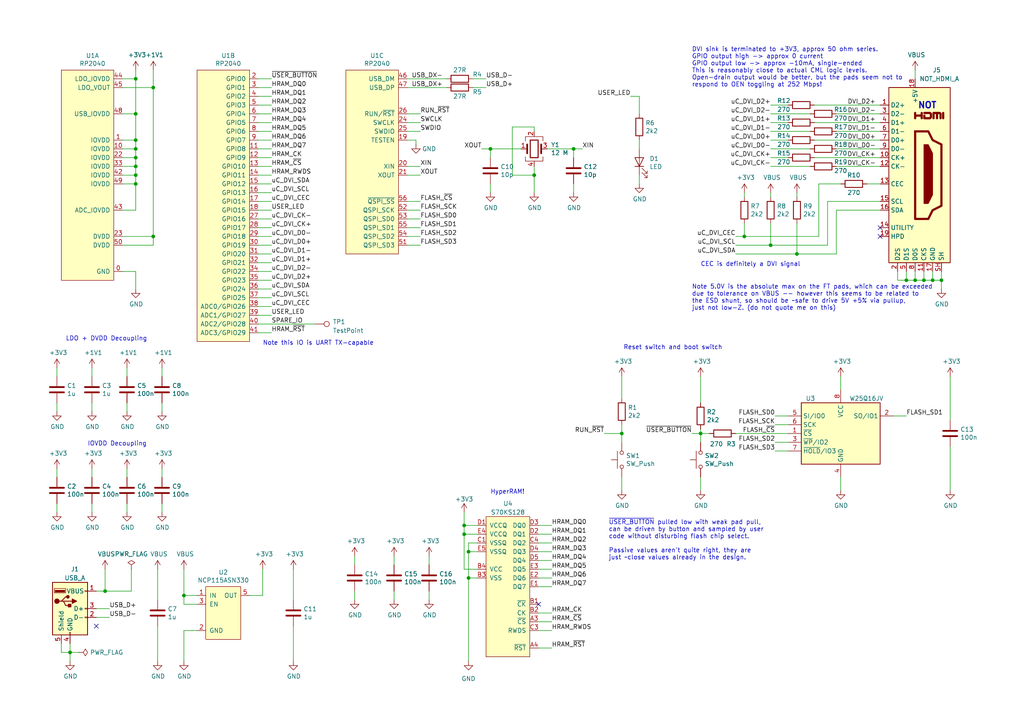
<source format=kicad_sch>
(kicad_sch (version 20210406) (generator eeschema)
  (paper "A4")
  (title_block (title "PicoDVI") (date "2020-06-23") (rev "C") (company "Luke Wren") (comment 1 "but it's worth a try") (comment 2 "This is utterly cursed and probably won't ever work"))
  (junction (at 20.32 189.23) (diameter 0.9144))
  (junction (at 30.48 171.45) (diameter 0.9144))
  (junction (at 39.37 22.86) (diameter 0.9144))
  (junction (at 39.37 33.02) (diameter 0.9144))
  (junction (at 39.37 40.64) (diameter 0.9144))
  (junction (at 39.37 43.18) (diameter 0.9144))
  (junction (at 39.37 45.72) (diameter 0.9144))
  (junction (at 39.37 48.26) (diameter 0.9144))
  (junction (at 39.37 50.8) (diameter 0.9144))
  (junction (at 39.37 53.34) (diameter 0.9144))
  (junction (at 44.45 25.4) (diameter 0.9144))
  (junction (at 44.45 68.58) (diameter 0.9144))
  (junction (at 53.34 172.72) (diameter 0.9144))
  (junction (at 134.62 152.4) (diameter 0.9144))
  (junction (at 134.62 154.94) (diameter 0.9144))
  (junction (at 135.89 160.02) (diameter 0.9144))
  (junction (at 135.89 167.64) (diameter 0.9144))
  (junction (at 142.24 43.18) (diameter 0.9144))
  (junction (at 154.94 50.8) (diameter 0.9144))
  (junction (at 166.37 43.18) (diameter 0.9144))
  (junction (at 180.34 125.73) (diameter 0.9144))
  (junction (at 203.2 125.73) (diameter 0.9144))
  (junction (at 215.9 68.58) (diameter 0.9144))
  (junction (at 223.52 71.12) (diameter 0.9144))
  (junction (at 231.14 73.66) (diameter 0.9144))
  (junction (at 262.89 81.28) (diameter 0.9144))
  (junction (at 265.43 81.28) (diameter 0.9144))
  (junction (at 267.97 81.28) (diameter 0.9144))
  (junction (at 270.51 81.28) (diameter 0.9144))
  (junction (at 273.05 81.28) (diameter 0.9144))
  (no_connect (at 27.94 181.61))
  (no_connect (at 156.21 175.26))
  (no_connect (at 255.27 66.04))
  (no_connect (at 255.27 68.58))
  (wire (pts (xy 16.51 109.22) (xy 16.51 106.68)))
  (wire (pts (xy 16.51 116.84) (xy 16.51 119.38)))
  (wire (pts (xy 16.51 138.43) (xy 16.51 135.89)))
  (wire (pts (xy 16.51 146.05) (xy 16.51 148.59)))
  (wire (pts (xy 17.78 186.69) (xy 17.78 189.23)))
  (wire (pts (xy 17.78 189.23) (xy 20.32 189.23)))
  (wire (pts (xy 20.32 186.69) (xy 20.32 189.23)))
  (wire (pts (xy 20.32 189.23) (xy 20.32 191.77)))
  (wire (pts (xy 20.32 189.23) (xy 22.86 189.23)))
  (wire (pts (xy 26.67 109.22) (xy 26.67 106.68)))
  (wire (pts (xy 26.67 116.84) (xy 26.67 119.38)))
  (wire (pts (xy 26.67 138.43) (xy 26.67 135.89)))
  (wire (pts (xy 26.67 146.05) (xy 26.67 148.59)))
  (wire (pts (xy 27.94 171.45) (xy 30.48 171.45)))
  (wire (pts (xy 27.94 176.53) (xy 31.75 176.53)))
  (wire (pts (xy 27.94 179.07) (xy 31.75 179.07)))
  (wire (pts (xy 30.48 171.45) (xy 30.48 165.1)))
  (wire (pts (xy 35.56 22.86) (xy 39.37 22.86)))
  (wire (pts (xy 35.56 33.02) (xy 39.37 33.02)))
  (wire (pts (xy 35.56 40.64) (xy 39.37 40.64)))
  (wire (pts (xy 35.56 45.72) (xy 39.37 45.72)))
  (wire (pts (xy 35.56 48.26) (xy 39.37 48.26)))
  (wire (pts (xy 35.56 50.8) (xy 39.37 50.8)))
  (wire (pts (xy 35.56 53.34) (xy 39.37 53.34)))
  (wire (pts (xy 35.56 71.12) (xy 44.45 71.12)))
  (wire (pts (xy 35.56 78.74) (xy 39.37 78.74)))
  (wire (pts (xy 36.83 109.22) (xy 36.83 106.68)))
  (wire (pts (xy 36.83 116.84) (xy 36.83 119.38)))
  (wire (pts (xy 36.83 138.43) (xy 36.83 135.89)))
  (wire (pts (xy 36.83 146.05) (xy 36.83 148.59)))
  (wire (pts (xy 38.1 165.1) (xy 38.1 171.45)))
  (wire (pts (xy 38.1 171.45) (xy 30.48 171.45)))
  (wire (pts (xy 39.37 22.86) (xy 39.37 20.32)))
  (wire (pts (xy 39.37 22.86) (xy 39.37 33.02)))
  (wire (pts (xy 39.37 33.02) (xy 39.37 40.64)))
  (wire (pts (xy 39.37 40.64) (xy 39.37 43.18)))
  (wire (pts (xy 39.37 43.18) (xy 35.56 43.18)))
  (wire (pts (xy 39.37 45.72) (xy 39.37 43.18)))
  (wire (pts (xy 39.37 48.26) (xy 39.37 45.72)))
  (wire (pts (xy 39.37 50.8) (xy 39.37 48.26)))
  (wire (pts (xy 39.37 50.8) (xy 39.37 53.34)))
  (wire (pts (xy 39.37 53.34) (xy 39.37 60.96)))
  (wire (pts (xy 39.37 60.96) (xy 35.56 60.96)))
  (wire (pts (xy 39.37 78.74) (xy 39.37 83.82)))
  (wire (pts (xy 44.45 20.32) (xy 44.45 25.4)))
  (wire (pts (xy 44.45 25.4) (xy 35.56 25.4)))
  (wire (pts (xy 44.45 25.4) (xy 44.45 68.58)))
  (wire (pts (xy 44.45 68.58) (xy 35.56 68.58)))
  (wire (pts (xy 44.45 71.12) (xy 44.45 68.58)))
  (wire (pts (xy 45.72 165.1) (xy 45.72 173.99)))
  (wire (pts (xy 45.72 181.61) (xy 45.72 191.77)))
  (wire (pts (xy 46.99 109.22) (xy 46.99 106.68)))
  (wire (pts (xy 46.99 116.84) (xy 46.99 119.38)))
  (wire (pts (xy 46.99 138.43) (xy 46.99 135.89)))
  (wire (pts (xy 46.99 146.05) (xy 46.99 148.59)))
  (wire (pts (xy 53.34 172.72) (xy 53.34 165.1)))
  (wire (pts (xy 53.34 172.72) (xy 53.34 175.26)))
  (wire (pts (xy 53.34 175.26) (xy 57.15 175.26)))
  (wire (pts (xy 53.34 182.88) (xy 53.34 191.77)))
  (wire (pts (xy 57.15 172.72) (xy 53.34 172.72)))
  (wire (pts (xy 57.15 182.88) (xy 53.34 182.88)))
  (wire (pts (xy 72.39 172.72) (xy 76.2 172.72)))
  (wire (pts (xy 74.93 22.86) (xy 78.74 22.86)))
  (wire (pts (xy 74.93 25.4) (xy 78.74 25.4)))
  (wire (pts (xy 74.93 27.94) (xy 78.74 27.94)))
  (wire (pts (xy 74.93 30.48) (xy 78.74 30.48)))
  (wire (pts (xy 74.93 33.02) (xy 78.74 33.02)))
  (wire (pts (xy 74.93 35.56) (xy 78.74 35.56)))
  (wire (pts (xy 74.93 38.1) (xy 78.74 38.1)))
  (wire (pts (xy 74.93 40.64) (xy 78.74 40.64)))
  (wire (pts (xy 74.93 43.18) (xy 78.74 43.18)))
  (wire (pts (xy 74.93 45.72) (xy 78.74 45.72)))
  (wire (pts (xy 74.93 48.26) (xy 78.74 48.26)))
  (wire (pts (xy 74.93 50.8) (xy 78.74 50.8)))
  (wire (pts (xy 74.93 53.34) (xy 78.74 53.34)))
  (wire (pts (xy 74.93 55.88) (xy 78.74 55.88)))
  (wire (pts (xy 74.93 58.42) (xy 78.74 58.42)))
  (wire (pts (xy 74.93 60.96) (xy 78.74 60.96)))
  (wire (pts (xy 74.93 63.5) (xy 78.74 63.5)))
  (wire (pts (xy 74.93 66.04) (xy 78.74 66.04)))
  (wire (pts (xy 74.93 68.58) (xy 78.74 68.58)))
  (wire (pts (xy 74.93 71.12) (xy 78.74 71.12)))
  (wire (pts (xy 74.93 73.66) (xy 78.74 73.66)))
  (wire (pts (xy 74.93 76.2) (xy 78.74 76.2)))
  (wire (pts (xy 74.93 78.74) (xy 78.74 78.74)))
  (wire (pts (xy 74.93 81.28) (xy 78.74 81.28)))
  (wire (pts (xy 74.93 83.82) (xy 78.74 83.82)))
  (wire (pts (xy 74.93 86.36) (xy 78.74 86.36)))
  (wire (pts (xy 74.93 88.9) (xy 78.74 88.9)))
  (wire (pts (xy 74.93 91.44) (xy 78.74 91.44)))
  (wire (pts (xy 74.93 93.98) (xy 91.44 93.98)))
  (wire (pts (xy 74.93 96.52) (xy 78.74 96.52)))
  (wire (pts (xy 76.2 172.72) (xy 76.2 165.1)))
  (wire (pts (xy 85.09 165.1) (xy 85.09 173.99)))
  (wire (pts (xy 85.09 181.61) (xy 85.09 191.77)))
  (wire (pts (xy 102.87 163.83) (xy 102.87 161.29)))
  (wire (pts (xy 102.87 171.45) (xy 102.87 173.99)))
  (wire (pts (xy 114.3 163.83) (xy 114.3 161.29)))
  (wire (pts (xy 114.3 171.45) (xy 114.3 173.99)))
  (wire (pts (xy 118.11 22.86) (xy 129.54 22.86)))
  (wire (pts (xy 118.11 25.4) (xy 129.54 25.4)))
  (wire (pts (xy 118.11 33.02) (xy 121.92 33.02)))
  (wire (pts (xy 118.11 35.56) (xy 121.92 35.56)))
  (wire (pts (xy 118.11 38.1) (xy 121.92 38.1)))
  (wire (pts (xy 118.11 40.64) (xy 120.65 40.64)))
  (wire (pts (xy 118.11 48.26) (xy 121.92 48.26)))
  (wire (pts (xy 118.11 50.8) (xy 121.92 50.8)))
  (wire (pts (xy 118.11 58.42) (xy 121.92 58.42)))
  (wire (pts (xy 118.11 60.96) (xy 121.92 60.96)))
  (wire (pts (xy 118.11 63.5) (xy 121.92 63.5)))
  (wire (pts (xy 118.11 66.04) (xy 121.92 66.04)))
  (wire (pts (xy 118.11 68.58) (xy 121.92 68.58)))
  (wire (pts (xy 118.11 71.12) (xy 121.92 71.12)))
  (wire (pts (xy 120.65 40.64) (xy 120.65 41.91)))
  (wire (pts (xy 124.46 163.83) (xy 124.46 161.29)))
  (wire (pts (xy 124.46 171.45) (xy 124.46 173.99)))
  (wire (pts (xy 134.62 148.59) (xy 134.62 152.4)))
  (wire (pts (xy 134.62 154.94) (xy 134.62 152.4)))
  (wire (pts (xy 134.62 154.94) (xy 138.43 154.94)))
  (wire (pts (xy 134.62 165.1) (xy 134.62 154.94)))
  (wire (pts (xy 135.89 157.48) (xy 135.89 160.02)))
  (wire (pts (xy 135.89 160.02) (xy 135.89 167.64)))
  (wire (pts (xy 135.89 160.02) (xy 138.43 160.02)))
  (wire (pts (xy 135.89 167.64) (xy 135.89 191.77)))
  (wire (pts (xy 135.89 167.64) (xy 138.43 167.64)))
  (wire (pts (xy 137.16 22.86) (xy 140.97 22.86)))
  (wire (pts (xy 138.43 152.4) (xy 134.62 152.4)))
  (wire (pts (xy 138.43 157.48) (xy 135.89 157.48)))
  (wire (pts (xy 138.43 165.1) (xy 134.62 165.1)))
  (wire (pts (xy 140.97 25.4) (xy 137.16 25.4)))
  (wire (pts (xy 142.24 43.18) (xy 139.7 43.18)))
  (wire (pts (xy 142.24 43.18) (xy 142.24 45.72)))
  (wire (pts (xy 142.24 53.34) (xy 142.24 55.88)))
  (wire (pts (xy 148.59 36.83) (xy 148.59 50.8)))
  (wire (pts (xy 148.59 50.8) (xy 154.94 50.8)))
  (wire (pts (xy 151.13 43.18) (xy 142.24 43.18)))
  (wire (pts (xy 154.94 36.83) (xy 148.59 36.83)))
  (wire (pts (xy 154.94 38.1) (xy 154.94 36.83)))
  (wire (pts (xy 154.94 48.26) (xy 154.94 50.8)))
  (wire (pts (xy 154.94 50.8) (xy 154.94 55.88)))
  (wire (pts (xy 156.21 152.4) (xy 160.02 152.4)))
  (wire (pts (xy 156.21 154.94) (xy 160.02 154.94)))
  (wire (pts (xy 156.21 157.48) (xy 160.02 157.48)))
  (wire (pts (xy 156.21 160.02) (xy 160.02 160.02)))
  (wire (pts (xy 156.21 162.56) (xy 160.02 162.56)))
  (wire (pts (xy 156.21 165.1) (xy 160.02 165.1)))
  (wire (pts (xy 156.21 167.64) (xy 160.02 167.64)))
  (wire (pts (xy 156.21 170.18) (xy 160.02 170.18)))
  (wire (pts (xy 156.21 177.8) (xy 160.02 177.8)))
  (wire (pts (xy 156.21 180.34) (xy 160.02 180.34)))
  (wire (pts (xy 156.21 182.88) (xy 160.02 182.88)))
  (wire (pts (xy 156.21 187.96) (xy 160.02 187.96)))
  (wire (pts (xy 158.75 43.18) (xy 166.37 43.18)))
  (wire (pts (xy 166.37 43.18) (xy 166.37 45.72)))
  (wire (pts (xy 166.37 43.18) (xy 168.91 43.18)))
  (wire (pts (xy 166.37 53.34) (xy 166.37 55.88)))
  (wire (pts (xy 180.34 109.22) (xy 180.34 115.57)))
  (wire (pts (xy 180.34 123.19) (xy 180.34 125.73)))
  (wire (pts (xy 180.34 125.73) (xy 175.26 125.73)))
  (wire (pts (xy 180.34 125.73) (xy 180.34 128.27)))
  (wire (pts (xy 180.34 138.43) (xy 180.34 142.24)))
  (wire (pts (xy 185.42 27.94) (xy 182.88 27.94)))
  (wire (pts (xy 185.42 27.94) (xy 185.42 33.02)))
  (wire (pts (xy 185.42 40.64) (xy 185.42 43.18)))
  (wire (pts (xy 185.42 50.8) (xy 185.42 53.34)))
  (wire (pts (xy 200.66 125.73) (xy 203.2 125.73)))
  (wire (pts (xy 203.2 109.22) (xy 203.2 116.84)))
  (wire (pts (xy 203.2 124.46) (xy 203.2 125.73)))
  (wire (pts (xy 203.2 125.73) (xy 203.2 128.27)))
  (wire (pts (xy 203.2 125.73) (xy 205.74 125.73)))
  (wire (pts (xy 203.2 138.43) (xy 203.2 142.24)))
  (wire (pts (xy 213.36 68.58) (xy 215.9 68.58)))
  (wire (pts (xy 213.36 71.12) (xy 223.52 71.12)))
  (wire (pts (xy 213.36 125.73) (xy 228.6 125.73)))
  (wire (pts (xy 215.9 55.88) (xy 215.9 57.15)))
  (wire (pts (xy 215.9 64.77) (xy 215.9 68.58)))
  (wire (pts (xy 223.52 55.88) (xy 223.52 57.15)))
  (wire (pts (xy 223.52 64.77) (xy 223.52 71.12)))
  (wire (pts (xy 223.52 71.12) (xy 240.03 71.12)))
  (wire (pts (xy 228.6 30.48) (xy 223.52 30.48)))
  (wire (pts (xy 228.6 35.56) (xy 223.52 35.56)))
  (wire (pts (xy 228.6 40.64) (xy 223.52 40.64)))
  (wire (pts (xy 228.6 45.72) (xy 223.52 45.72)))
  (wire (pts (xy 228.6 120.65) (xy 224.79 120.65)))
  (wire (pts (xy 228.6 123.19) (xy 224.79 123.19)))
  (wire (pts (xy 228.6 128.27) (xy 224.79 128.27)))
  (wire (pts (xy 228.6 130.81) (xy 224.79 130.81)))
  (wire (pts (xy 231.14 55.88) (xy 231.14 57.15)))
  (wire (pts (xy 231.14 64.77) (xy 231.14 73.66)))
  (wire (pts (xy 231.14 73.66) (xy 213.36 73.66)))
  (wire (pts (xy 234.95 33.02) (xy 223.52 33.02)))
  (wire (pts (xy 234.95 38.1) (xy 223.52 38.1)))
  (wire (pts (xy 234.95 43.18) (xy 223.52 43.18)))
  (wire (pts (xy 234.95 48.26) (xy 223.52 48.26)))
  (wire (pts (xy 236.22 30.48) (xy 255.27 30.48)))
  (wire (pts (xy 236.22 35.56) (xy 255.27 35.56)))
  (wire (pts (xy 236.22 40.64) (xy 255.27 40.64)))
  (wire (pts (xy 236.22 45.72) (xy 255.27 45.72)))
  (wire (pts (xy 237.49 53.34) (xy 237.49 68.58)))
  (wire (pts (xy 237.49 68.58) (xy 215.9 68.58)))
  (wire (pts (xy 240.03 58.42) (xy 240.03 71.12)))
  (wire (pts (xy 242.57 60.96) (xy 242.57 73.66)))
  (wire (pts (xy 242.57 73.66) (xy 231.14 73.66)))
  (wire (pts (xy 243.84 53.34) (xy 237.49 53.34)))
  (wire (pts (xy 243.84 113.03) (xy 243.84 109.22)))
  (wire (pts (xy 243.84 138.43) (xy 243.84 142.24)))
  (wire (pts (xy 255.27 33.02) (xy 242.57 33.02)))
  (wire (pts (xy 255.27 38.1) (xy 242.57 38.1)))
  (wire (pts (xy 255.27 43.18) (xy 242.57 43.18)))
  (wire (pts (xy 255.27 48.26) (xy 242.57 48.26)))
  (wire (pts (xy 255.27 53.34) (xy 251.46 53.34)))
  (wire (pts (xy 255.27 58.42) (xy 240.03 58.42)))
  (wire (pts (xy 255.27 60.96) (xy 242.57 60.96)))
  (wire (pts (xy 259.08 120.65) (xy 262.89 120.65)))
  (wire (pts (xy 260.35 78.74) (xy 260.35 81.28)))
  (wire (pts (xy 260.35 81.28) (xy 262.89 81.28)))
  (wire (pts (xy 262.89 78.74) (xy 262.89 81.28)))
  (wire (pts (xy 262.89 81.28) (xy 265.43 81.28)))
  (wire (pts (xy 265.43 22.86) (xy 265.43 20.32)))
  (wire (pts (xy 265.43 78.74) (xy 265.43 81.28)))
  (wire (pts (xy 265.43 81.28) (xy 267.97 81.28)))
  (wire (pts (xy 267.97 78.74) (xy 267.97 81.28)))
  (wire (pts (xy 267.97 81.28) (xy 270.51 81.28)))
  (wire (pts (xy 270.51 78.74) (xy 270.51 81.28)))
  (wire (pts (xy 270.51 81.28) (xy 273.05 81.28)))
  (wire (pts (xy 273.05 78.74) (xy 273.05 81.28)))
  (wire (pts (xy 273.05 81.28) (xy 273.05 83.82)))
  (wire (pts (xy 275.59 109.22) (xy 275.59 121.92)))
  (wire (pts (xy 275.59 129.54) (xy 275.59 142.24)))
  (text "LDO + DVDD Decoupling" (at 19.05 99.06 0) (effects (font (size 1.27 1.27)) (justify left bottom)))
  (text "IOVDD Decoupling" (at 25.4 129.54 0) (effects (font (size 1.27 1.27)) (justify left bottom)))
  (text "Note this IO is UART TX-capable\n" (at 76.2 100.33 0) (effects (font (size 1.27 1.27)) (justify left bottom)))
  (text "HyperRAM!" (at 142.24 143.51 0) (effects (font (size 1.27 1.27)) (justify left bottom)))
  (text "~USER_BUTTON~ pulled low with weak pad pull,\ncan be driven by button and sampled by user\ncode without disturbing flash chip select.\n\nPassive values aren't quite right, they are\njust ~~close values already in the design." (at 176.53 162.56 0) (effects (font (size 1.27 1.27)) (justify left bottom)))
  (text "DVI sink is terminated to +3V3, approx 50 ohm series.\nGPIO output high -> approx 0 current\nGPIO output low -> approx -10mA, single-ended\nThis is reasonably close to actual CML logic levels.\nOpen-drain output would be better, but the pads seem not to\nrespond to OEN toggling at 252 Mbps!" (at 200.66 25.4 0) (effects (font (size 1.27 1.27)) (justify left bottom)))
  (text "Note 5.0V is the absolute max on the FT pads, which can be exceeded\ndue to tolerance on VBUS -- however this seems to be related to\nthe ESD shunt, so should be ~~safe to drive 5V +5% via pullup,\njust not low-Z. (do not quote me on this)" (at 200.66 90.17 0) (effects (font (size 1.27 1.27)) (justify left bottom)))
  (text "CEC is definitely a DVI signal" (at 203.2 77.47 0) (effects (font (size 1.27 1.27)) (justify left bottom)))
  (text "Reset switch and boot switch" (at 209.55 101.6 180) (effects (font (size 1.27 1.27)) (justify right bottom)))
  (text "NOT" (at 271.78 31.75 180) (effects (font (size 1.8034 1.8034) (thickness 0.3607) bold) (justify right bottom)))
  (label "USB_D+" (at 31.75 176.53 0))
  (label "USB_D-" (at 31.75 179.07 0))
  (label "~USER_BUTTON~" (at 78.74 22.86 0))
  (label "HRAM_DQ0" (at 78.74 25.4 0))
  (label "HRAM_DQ1" (at 78.74 27.94 0))
  (label "HRAM_DQ2" (at 78.74 30.48 0))
  (label "HRAM_DQ3" (at 78.74 33.02 0))
  (label "HRAM_DQ4" (at 78.74 35.56 0))
  (label "HRAM_DQ5" (at 78.74 38.1 0))
  (label "HRAM_DQ6" (at 78.74 40.64 0))
  (label "HRAM_DQ7" (at 78.74 43.18 0))
  (label "HRAM_CK" (at 78.74 45.72 0))
  (label "HRAM_~CS~" (at 78.74 48.26 0))
  (label "HRAM_RWDS" (at 78.74 50.8 0))
  (label "uC_DVI_SDA" (at 78.74 53.34 0))
  (label "uC_DVI_SCL" (at 78.74 55.88 0))
  (label "uC_DVI_CEC" (at 78.74 58.42 0))
  (label "USER_LED" (at 78.74 60.96 0))
  (label "uC_DVI_CK-" (at 78.74 63.5 0))
  (label "uC_DVI_CK+" (at 78.74 66.04 0))
  (label "uC_DVI_D0-" (at 78.74 68.58 0))
  (label "uC_DVI_D0+" (at 78.74 71.12 0))
  (label "uC_DVI_D1-" (at 78.74 73.66 0))
  (label "uC_DVI_D1+" (at 78.74 76.2 0))
  (label "uC_DVI_D2-" (at 78.74 78.74 0))
  (label "uC_DVI_D2+" (at 78.74 81.28 0))
  (label "uC_DVI_SDA" (at 78.74 83.82 0))
  (label "uC_DVI_SCL" (at 78.74 86.36 0))
  (label "uC_DVI_CEC" (at 78.74 88.9 0))
  (label "USER_LED" (at 78.74 91.44 0))
  (label "SPARE_IO" (at 78.74 93.98 0))
  (label "HRAM_~RST~" (at 78.74 96.52 0))
  (label "USB_DX-" (at 119.38 22.86 0))
  (label "USB_DX+" (at 119.38 25.4 0))
  (label "RUN_~RST~" (at 121.92 33.02 0))
  (label "SWCLK" (at 121.92 35.56 0))
  (label "SWDIO" (at 121.92 38.1 0))
  (label "XIN" (at 121.92 48.26 0))
  (label "XOUT" (at 121.92 50.8 0))
  (label "FLASH_~CS~" (at 121.92 58.42 0))
  (label "FLASH_SCK" (at 121.92 60.96 0))
  (label "FLASH_SD0" (at 121.92 63.5 0))
  (label "FLASH_SD1" (at 121.92 66.04 0))
  (label "FLASH_SD2" (at 121.92 68.58 0))
  (label "FLASH_SD3" (at 121.92 71.12 0))
  (label "XOUT" (at 139.7 43.18 180))
  (label "USB_D-" (at 140.97 22.86 0))
  (label "USB_D+" (at 140.97 25.4 0))
  (label "HRAM_DQ0" (at 160.02 152.4 0))
  (label "HRAM_DQ1" (at 160.02 154.94 0))
  (label "HRAM_DQ2" (at 160.02 157.48 0))
  (label "HRAM_DQ3" (at 160.02 160.02 0))
  (label "HRAM_DQ4" (at 160.02 162.56 0))
  (label "HRAM_DQ5" (at 160.02 165.1 0))
  (label "HRAM_DQ6" (at 160.02 167.64 0))
  (label "HRAM_DQ7" (at 160.02 170.18 0))
  (label "HRAM_CK" (at 160.02 177.8 0))
  (label "HRAM_~CS~" (at 160.02 180.34 0))
  (label "HRAM_RWDS" (at 160.02 182.88 0))
  (label "HRAM_~RST~" (at 160.02 187.96 0))
  (label "XIN" (at 168.91 43.18 0))
  (label "RUN_~RST~" (at 175.26 125.73 180))
  (label "USER_LED" (at 182.88 27.94 180))
  (label "~USER_BUTTON~" (at 200.66 125.73 180))
  (label "uC_DVI_CEC" (at 213.36 68.58 180))
  (label "uC_DVI_SCL" (at 213.36 71.12 180))
  (label "uC_DVI_SDA" (at 213.36 73.66 180))
  (label "uC_DVI_D2+" (at 223.52 30.48 180))
  (label "uC_DVI_D2-" (at 223.52 33.02 180))
  (label "uC_DVI_D1+" (at 223.52 35.56 180))
  (label "uC_DVI_D1-" (at 223.52 38.1 180))
  (label "uC_DVI_D0+" (at 223.52 40.64 180))
  (label "uC_DVI_D0-" (at 223.52 43.18 180))
  (label "uC_DVI_CK+" (at 223.52 45.72 180))
  (label "uC_DVI_CK-" (at 223.52 48.26 180))
  (label "FLASH_SD0" (at 224.79 120.65 180))
  (label "FLASH_SCK" (at 224.79 123.19 180))
  (label "FLASH_~CS~" (at 224.79 125.73 180))
  (label "FLASH_SD2" (at 224.79 128.27 180))
  (label "FLASH_SD3" (at 224.79 130.81 180))
  (label "DVI_D2+" (at 254 30.48 180))
  (label "DVI_D2-" (at 254 33.02 180))
  (label "DVI_D1+" (at 254 35.56 180))
  (label "DVI_D1-" (at 254 38.1 180))
  (label "DVI_D0+" (at 254 40.64 180))
  (label "DVI_D0-" (at 254 43.18 180))
  (label "DVI_CK+" (at 254 45.72 180))
  (label "DVI_CK-" (at 254 48.26 180))
  (label "FLASH_SD1" (at 262.89 120.65 0))
  (symbol (lib_id "picodvi-rescue:+3V3-power") (at 16.51 106.68 0) (unit 1)
    (property "Reference" "#PWR0108" (effects hide))
    (property "Value" "+3V3" (at 16.891 102.2858 0))
  )
  (symbol (lib_id "picodvi-rescue:+3V3-power") (at 16.51 135.89 0) (unit 1)
    (property "Reference" "#PWR0117" (effects hide))
    (property "Value" "+3V3" (at 16.891 131.4958 0))
  )
  (symbol (lib_id "picodvi-rescue:+1V1-power") (at 26.67 106.68 0) (unit 1)
    (property "Reference" "#PWR0111" (effects hide))
    (property "Value" "+1V1" (at 27.051 102.2858 0))
  )
  (symbol (lib_id "picodvi-rescue:+3V3-power") (at 26.67 135.89 0) (unit 1)
    (property "Reference" "#PWR0119" (effects hide))
    (property "Value" "+3V3" (at 27.051 131.4958 0))
  )
  (symbol (lib_id "picodvi-rescue:VBUS-power") (at 30.48 165.1 0) (unit 1)
    (property "Reference" "#PWR0144" (effects hide))
    (property "Value" "VBUS" (at 30.861 160.7058 0))
  )
  (symbol (lib_id "picodvi-rescue:+1V1-power") (at 36.83 106.68 0) (unit 1)
    (property "Reference" "#PWR0113" (effects hide))
    (property "Value" "+1V1" (at 37.211 102.2858 0))
  )
  (symbol (lib_id "picodvi-rescue:+3V3-power") (at 36.83 135.89 0) (unit 1)
    (property "Reference" "#PWR0121" (effects hide))
    (property "Value" "+3V3" (at 37.211 131.4958 0))
  )
  (symbol (lib_id "picodvi-rescue:+3V3-power") (at 39.37 20.32 0) (unit 1)
    (property "Reference" "#PWR0104" (effects hide))
    (property "Value" "+3V3" (at 39.751 15.9258 0))
  )
  (symbol (lib_id "picodvi-rescue:+1V1-power") (at 44.45 20.32 0) (unit 1)
    (property "Reference" "#PWR0105" (effects hide))
    (property "Value" "+1V1" (at 44.831 15.9258 0))
  )
  (symbol (lib_id "picodvi-rescue:VBUS-power") (at 45.72 165.1 0) (unit 1)
    (property "Reference" "#PWR0148" (effects hide))
    (property "Value" "VBUS" (at 46.101 160.7058 0))
  )
  (symbol (lib_id "picodvi-rescue:+1V1-power") (at 46.99 106.68 0) (unit 1)
    (property "Reference" "#PWR0115" (effects hide))
    (property "Value" "+1V1" (at 47.371 102.2858 0))
  )
  (symbol (lib_id "picodvi-rescue:+3V3-power") (at 46.99 135.89 0) (unit 1)
    (property "Reference" "#PWR0123" (effects hide))
    (property "Value" "+3V3" (at 47.371 131.4958 0))
  )
  (symbol (lib_id "picodvi-rescue:VBUS-power") (at 53.34 165.1 0) (unit 1)
    (property "Reference" "#PWR0146" (effects hide))
    (property "Value" "VBUS" (at 53.721 160.7058 0))
  )
  (symbol (lib_id "picodvi-rescue:+3V3-power") (at 76.2 165.1 0) (unit 1)
    (property "Reference" "#PWR0152" (effects hide))
    (property "Value" "+3V3" (at 76.581 160.7058 0))
  )
  (symbol (lib_id "picodvi-rescue:+3V3-power") (at 85.09 165.1 0) (unit 1)
    (property "Reference" "#PWR0151" (effects hide))
    (property "Value" "+3V3" (at 85.471 160.7058 0))
  )
  (symbol (lib_id "picodvi-rescue:+3V3-power") (at 102.87 161.29 0) (unit 1)
    (property "Reference" "#PWR0125" (effects hide))
    (property "Value" "+3V3" (at 103.251 156.8958 0))
  )
  (symbol (lib_id "picodvi-rescue:+3V3-power") (at 114.3 161.29 0) (unit 1)
    (property "Reference" "#PWR0126" (effects hide))
    (property "Value" "+3V3" (at 114.681 156.8958 0))
  )
  (symbol (lib_id "picodvi-rescue:+3V3-power") (at 124.46 161.29 0) (unit 1)
    (property "Reference" "#PWR0127" (effects hide))
    (property "Value" "+3V3" (at 124.841 156.8958 0))
  )
  (symbol (lib_id "power:+3V3") (at 134.62 148.59 0) (unit 1)
    (property "Reference" "#PWR0129" (effects hide))
    (property "Value" "+3V3" (at 134.62 144.78 0))
  )
  (symbol (lib_id "picodvi-rescue:+3V3-power") (at 180.34 109.22 0) (unit 1)
    (property "Reference" "#PWR0142" (effects hide))
    (property "Value" "+3V3" (at 180.721 104.8258 0))
  )
  (symbol (lib_id "picodvi-rescue:+3V3-power") (at 203.2 109.22 0) (unit 1)
    (property "Reference" "#PWR0140" (effects hide))
    (property "Value" "+3V3" (at 203.581 104.8258 0))
  )
  (symbol (lib_id "picodvi-rescue:+3V3-power") (at 215.9 55.88 0) (unit 1)
    (property "Reference" "#PWR0103" (effects hide))
    (property "Value" "+3V3" (at 216.281 51.4858 0))
  )
  (symbol (lib_id "picodvi-rescue:VBUS-power") (at 223.52 55.88 0) (unit 1)
    (property "Reference" "#PWR0164" (effects hide))
    (property "Value" "VBUS" (at 223.901 51.4858 0))
  )
  (symbol (lib_id "picodvi-rescue:VBUS-power") (at 231.14 55.88 0) (unit 1)
    (property "Reference" "#PWR0166" (effects hide))
    (property "Value" "VBUS" (at 231.521 51.4858 0))
  )
  (symbol (lib_id "picodvi-rescue:+3V3-power") (at 243.84 109.22 0) (unit 1)
    (property "Reference" "#PWR0134" (effects hide))
    (property "Value" "+3V3" (at 244.221 104.8258 0))
  )
  (symbol (lib_id "picodvi-rescue:VBUS-power") (at 265.43 20.32 0) (unit 1)
    (property "Reference" "#PWR0101" (effects hide))
    (property "Value" "VBUS" (at 265.811 15.9258 0))
  )
  (symbol (lib_id "picodvi-rescue:+3V3-power") (at 275.59 109.22 0) (unit 1)
    (property "Reference" "#PWR0156" (effects hide))
    (property "Value" "+3V3" (at 275.971 104.8258 0))
  )
  (symbol (lib_id "picodvi-rescue:PWR_FLAG-power") (at 22.86 189.23 270) (unit 1)
    (property "Reference" "#FLG0103" (effects hide))
    (property "Value" "PWR_FLAG" (at 26.1112 189.23 90) (effects (justify left)))
  )
  (symbol (lib_id "picodvi-rescue:PWR_FLAG-power") (at 38.1 165.1 0) (unit 1)
    (property "Reference" "#FLG0102" (effects hide))
    (property "Value" "PWR_FLAG" (at 38.1 160.6804 0))
  )
  (symbol (lib_id "Connector:TestPoint") (at 91.44 93.98 270) (unit 1)
    (property "Reference" "TP1" (at 96.52 93.3449 90) (effects (justify left)))
    (property "Value" "TestPoint" (at 96.52 95.8849 90) (effects (justify left)))
    (property "Footprint" "TestPoint:TestPoint_Pad_1.0x1.0mm" (effects hide))
  )
  (symbol (lib_id "picodvi-rescue:GND-power") (at 16.51 119.38 0) (unit 1)
    (property "Reference" "#PWR0109" (effects hide))
    (property "Value" "GND" (at 16.637 123.7742 0))
  )
  (symbol (lib_id "picodvi-rescue:GND-power") (at 16.51 148.59 0) (unit 1)
    (property "Reference" "#PWR0116" (effects hide))
    (property "Value" "GND" (at 16.637 152.9842 0))
  )
  (symbol (lib_id "picodvi-rescue:GND-power") (at 20.32 191.77 0) (unit 1)
    (property "Reference" "#PWR0143" (effects hide))
    (property "Value" "GND" (at 20.447 196.1642 0))
  )
  (symbol (lib_id "picodvi-rescue:GND-power") (at 26.67 119.38 0) (unit 1)
    (property "Reference" "#PWR0110" (effects hide))
    (property "Value" "GND" (at 26.797 123.7742 0))
  )
  (symbol (lib_id "picodvi-rescue:GND-power") (at 26.67 148.59 0) (unit 1)
    (property "Reference" "#PWR0118" (effects hide))
    (property "Value" "GND" (at 26.797 152.9842 0))
  )
  (symbol (lib_id "picodvi-rescue:GND-power") (at 36.83 119.38 0) (unit 1)
    (property "Reference" "#PWR0112" (effects hide))
    (property "Value" "GND" (at 36.957 123.7742 0))
  )
  (symbol (lib_id "picodvi-rescue:GND-power") (at 36.83 148.59 0) (unit 1)
    (property "Reference" "#PWR0120" (effects hide))
    (property "Value" "GND" (at 36.957 152.9842 0))
  )
  (symbol (lib_id "picodvi-rescue:GND-power") (at 39.37 83.82 0) (unit 1)
    (property "Reference" "#PWR0106" (effects hide))
    (property "Value" "GND" (at 39.497 88.2142 0))
  )
  (symbol (lib_id "picodvi-rescue:GND-power") (at 45.72 191.77 0) (unit 1)
    (property "Reference" "#PWR0149" (effects hide))
    (property "Value" "GND" (at 45.847 196.1642 0))
  )
  (symbol (lib_id "picodvi-rescue:GND-power") (at 46.99 119.38 0) (unit 1)
    (property "Reference" "#PWR0114" (effects hide))
    (property "Value" "GND" (at 47.117 123.7742 0))
  )
  (symbol (lib_id "picodvi-rescue:GND-power") (at 46.99 148.59 0) (unit 1)
    (property "Reference" "#PWR0122" (effects hide))
    (property "Value" "GND" (at 47.117 152.9842 0))
  )
  (symbol (lib_id "picodvi-rescue:GND-power") (at 53.34 191.77 0) (unit 1)
    (property "Reference" "#PWR0147" (effects hide))
    (property "Value" "GND" (at 53.467 196.1642 0))
  )
  (symbol (lib_id "picodvi-rescue:GND-power") (at 85.09 191.77 0) (unit 1)
    (property "Reference" "#PWR0150" (effects hide))
    (property "Value" "GND" (at 85.217 196.1642 0))
  )
  (symbol (lib_id "picodvi-rescue:GND-power") (at 102.87 173.99 0) (unit 1)
    (property "Reference" "#PWR0124" (effects hide))
    (property "Value" "GND" (at 102.997 178.3842 0))
  )
  (symbol (lib_id "picodvi-rescue:GND-power") (at 114.3 173.99 0) (unit 1)
    (property "Reference" "#PWR0128" (effects hide))
    (property "Value" "GND" (at 114.427 178.3842 0))
  )
  (symbol (lib_id "picodvi-rescue:GND-power") (at 120.65 41.91 0) (unit 1)
    (property "Reference" "#PWR0107" (effects hide))
    (property "Value" "GND" (at 124.46 43.18 0))
  )
  (symbol (lib_id "picodvi-rescue:GND-power") (at 124.46 173.99 0) (unit 1)
    (property "Reference" "#PWR0130" (effects hide))
    (property "Value" "GND" (at 124.587 178.3842 0))
  )
  (symbol (lib_id "power:GND") (at 135.89 191.77 0) (unit 1)
    (property "Reference" "#PWR0131" (effects hide))
    (property "Value" "GND" (at 135.89 196.85 0))
  )
  (symbol (lib_id "picodvi-rescue:GND-power") (at 142.24 55.88 0) (unit 1)
    (property "Reference" "#PWR0154" (effects hide))
    (property "Value" "GND" (at 142.367 60.2742 0))
  )
  (symbol (lib_id "picodvi-rescue:GND-power") (at 154.94 55.88 0) (unit 1)
    (property "Reference" "#PWR0153" (effects hide))
    (property "Value" "GND" (at 155.067 60.2742 0))
  )
  (symbol (lib_id "picodvi-rescue:GND-power") (at 166.37 55.88 0) (unit 1)
    (property "Reference" "#PWR0155" (effects hide))
    (property "Value" "GND" (at 166.497 60.2742 0))
  )
  (symbol (lib_id "picodvi-rescue:GND-power") (at 180.34 142.24 0) (unit 1)
    (property "Reference" "#PWR0141" (effects hide))
    (property "Value" "GND" (at 180.467 146.6342 0))
  )
  (symbol (lib_id "picodvi-rescue:GND-power") (at 185.42 53.34 0) (unit 1)
    (property "Reference" "#PWR0132" (effects hide))
    (property "Value" "GND" (at 185.547 57.7342 0))
  )
  (symbol (lib_id "picodvi-rescue:GND-power") (at 203.2 142.24 0) (unit 1)
    (property "Reference" "#PWR0139" (effects hide))
    (property "Value" "GND" (at 203.327 146.6342 0))
  )
  (symbol (lib_id "picodvi-rescue:GND-power") (at 243.84 142.24 0) (unit 1)
    (property "Reference" "#PWR0133" (effects hide))
    (property "Value" "GND" (at 243.967 146.6342 0))
  )
  (symbol (lib_id "picodvi-rescue:GND-power") (at 273.05 83.82 0) (unit 1)
    (property "Reference" "#PWR0102" (effects hide))
    (property "Value" "GND" (at 273.177 88.2142 0))
  )
  (symbol (lib_id "picodvi-rescue:GND-power") (at 275.59 142.24 0) (unit 1)
    (property "Reference" "#PWR0157" (effects hide))
    (property "Value" "GND" (at 275.717 146.6342 0))
  )
  (symbol (lib_id "picodvi-rescue:R-Device") (at 133.35 22.86 270) (unit 1)
    (property "Reference" "R4" (at 138.43 21.59 90))
    (property "Value" "27R" (at 133.35 20.32 90))
    (property "Footprint" "Resistor_SMD:R_0402_1005Metric" (effects hide))
  )
  (symbol (lib_id "picodvi-rescue:R-Device") (at 133.35 25.4 270) (unit 1)
    (property "Reference" "R5" (at 138.43 26.67 90))
    (property "Value" "27R" (at 133.35 27.94 90))
    (property "Footprint" "Resistor_SMD:R_0402_1005Metric" (effects hide))
  )
  (symbol (lib_id "picodvi-rescue:R-Device") (at 180.34 119.38 0) (unit 1)
    (property "Reference" "R1" (at 182.118 118.2116 0) (effects (justify left)))
    (property "Value" "2k2" (at 182.118 120.523 0) (effects (justify left)))
    (property "Footprint" "Resistor_SMD:R_0402_1005Metric" (effects hide))
  )
  (symbol (lib_id "picodvi-rescue:R-Device") (at 185.42 36.83 0) (unit 1)
    (property "Reference" "R6" (at 187.198 35.6616 0) (effects (justify left)))
    (property "Value" "2k2" (at 187.198 37.973 0) (effects (justify left)))
    (property "Footprint" "Resistor_SMD:R_0402_1005Metric" (effects hide))
  )
  (symbol (lib_id "picodvi-rescue:R-Device") (at 203.2 120.65 0) (unit 1)
    (property "Reference" "R2" (at 204.978 119.4816 0) (effects (justify left)))
    (property "Value" "2k2" (at 204.978 121.793 0) (effects (justify left)))
    (property "Footprint" "Resistor_SMD:R_0402_1005Metric" (effects hide))
  )
  (symbol (lib_id "picodvi-rescue:R-Device") (at 209.55 125.73 270) (unit 1)
    (property "Reference" "R3" (at 210.7184 128.778 90) (effects (justify left)))
    (property "Value" "270" (at 205.867 128.778 90) (effects (justify left)))
    (property "Footprint" "Resistor_SMD:R_0402_1005Metric" (effects hide))
  )
  (symbol (lib_id "picodvi-rescue:R-Device") (at 215.9 60.96 0) (unit 1)
    (property "Reference" "R7" (at 217.678 59.7916 0) (effects (justify left)))
    (property "Value" "2k2" (at 217.678 62.103 0) (effects (justify left)))
    (property "Footprint" "Resistor_SMD:R_0402_1005Metric" (effects hide))
  )
  (symbol (lib_id "picodvi-rescue:R-Device") (at 223.52 60.96 0) (unit 1)
    (property "Reference" "R8" (at 225.298 59.7916 0) (effects (justify left)))
    (property "Value" "2k2" (at 225.298 62.103 0) (effects (justify left)))
    (property "Footprint" "Resistor_SMD:R_0402_1005Metric" (effects hide))
  )
  (symbol (lib_id "picodvi-rescue:R-Device") (at 231.14 60.96 0) (unit 1)
    (property "Reference" "R9" (at 232.918 59.7916 0) (effects (justify left)))
    (property "Value" "2k2" (at 232.918 62.103 0) (effects (justify left)))
    (property "Footprint" "Resistor_SMD:R_0402_1005Metric" (effects hide))
  )
  (symbol (lib_id "picodvi-rescue:R-Device") (at 232.41 30.48 270) (unit 1)
    (property "Reference" "R12" (at 227.33 29.21 90))
    (property "Value" "270" (at 227.33 31.75 90))
    (property "Footprint" "Resistor_SMD:R_0402_1005Metric" (effects hide))
  )
  (symbol (lib_id "picodvi-rescue:R-Device") (at 232.41 35.56 270) (unit 1)
    (property "Reference" "R13" (at 227.33 34.29 90))
    (property "Value" "270" (at 227.33 36.83 90))
    (property "Footprint" "Resistor_SMD:R_0402_1005Metric" (effects hide))
  )
  (symbol (lib_id "picodvi-rescue:R-Device") (at 232.41 40.64 270) (unit 1)
    (property "Reference" "R14" (at 227.33 39.37 90))
    (property "Value" "270" (at 227.33 41.91 90))
    (property "Footprint" "Resistor_SMD:R_0402_1005Metric" (effects hide))
  )
  (symbol (lib_id "picodvi-rescue:R-Device") (at 232.41 45.72 270) (unit 1)
    (property "Reference" "R15" (at 227.33 44.45 90))
    (property "Value" "270" (at 227.33 46.99 90))
    (property "Footprint" "Resistor_SMD:R_0402_1005Metric" (effects hide))
  )
  (symbol (lib_id "picodvi-rescue:R-Device") (at 238.76 33.02 270) (unit 1)
    (property "Reference" "R16" (at 243.84 31.75 90))
    (property "Value" "270" (at 243.84 34.29 90))
    (property "Footprint" "Resistor_SMD:R_0402_1005Metric" (effects hide))
  )
  (symbol (lib_id "picodvi-rescue:R-Device") (at 238.76 38.1 270) (unit 1)
    (property "Reference" "R17" (at 243.84 36.83 90))
    (property "Value" "270" (at 243.84 39.37 90))
    (property "Footprint" "Resistor_SMD:R_0402_1005Metric" (effects hide))
  )
  (symbol (lib_id "picodvi-rescue:R-Device") (at 238.76 43.18 270) (unit 1)
    (property "Reference" "R18" (at 243.84 41.91 90))
    (property "Value" "270" (at 243.84 44.45 90))
    (property "Footprint" "Resistor_SMD:R_0402_1005Metric" (effects hide))
  )
  (symbol (lib_id "picodvi-rescue:R-Device") (at 238.76 48.26 270) (unit 1)
    (property "Reference" "R19" (at 243.84 46.99 90))
    (property "Value" "270" (at 243.84 49.53 90))
    (property "Footprint" "Resistor_SMD:R_0402_1005Metric" (effects hide))
  )
  (symbol (lib_id "picodvi-rescue:R-Device") (at 247.65 53.34 270) (unit 1)
    (property "Reference" "R10" (at 247.65 50.8 90))
    (property "Value" "270" (at 247.65 55.88 90))
    (property "Footprint" "Resistor_SMD:R_0402_1005Metric" (effects hide))
  )
  (symbol (lib_id "picodvi-rescue:LED-Device") (at 185.42 46.99 90) (unit 1)
    (property "Reference" "D1" (at 188.3918 46.0248 90) (effects (justify right)))
    (property "Value" "LED" (at 188.3918 48.3362 90) (effects (justify right)))
    (property "Footprint" "LED_SMD:LED_0805_2012Metric" (effects hide))
  )
  (symbol (lib_id "picodvi-rescue:C-Device") (at 16.51 113.03 0) (unit 1)
    (property "Reference" "C1" (at 19.431 111.8616 0) (effects (justify left)))
    (property "Value" "1u" (at 19.431 114.173 0) (effects (justify left)))
    (property "Footprint" "Capacitor_SMD:C_0402_1005Metric" (effects hide))
  )
  (symbol (lib_id "picodvi-rescue:C-Device") (at 16.51 142.24 0) (unit 1)
    (property "Reference" "C2" (at 19.431 141.0716 0) (effects (justify left)))
    (property "Value" "100n" (at 19.431 143.383 0) (effects (justify left)))
    (property "Footprint" "Capacitor_SMD:C_0402_1005Metric" (effects hide))
  )
  (symbol (lib_id "picodvi-rescue:C-Device") (at 26.67 113.03 0) (unit 1)
    (property "Reference" "C3" (at 29.591 111.8616 0) (effects (justify left)))
    (property "Value" "1u" (at 29.591 114.173 0) (effects (justify left)))
    (property "Footprint" "Capacitor_SMD:C_0402_1005Metric" (effects hide))
  )
  (symbol (lib_id "picodvi-rescue:C-Device") (at 26.67 142.24 0) (unit 1)
    (property "Reference" "C4" (at 29.591 141.0716 0) (effects (justify left)))
    (property "Value" "100n" (at 29.591 143.383 0) (effects (justify left)))
    (property "Footprint" "Capacitor_SMD:C_0402_1005Metric" (effects hide))
  )
  (symbol (lib_id "picodvi-rescue:C-Device") (at 36.83 113.03 0) (unit 1)
    (property "Reference" "C5" (at 39.751 111.8616 0) (effects (justify left)))
    (property "Value" "100n" (at 39.751 114.173 0) (effects (justify left)))
    (property "Footprint" "Capacitor_SMD:C_0402_1005Metric" (effects hide))
  )
  (symbol (lib_id "picodvi-rescue:C-Device") (at 36.83 142.24 0) (unit 1)
    (property "Reference" "C6" (at 39.751 141.0716 0) (effects (justify left)))
    (property "Value" "100n" (at 39.751 143.383 0) (effects (justify left)))
    (property "Footprint" "Capacitor_SMD:C_0402_1005Metric" (effects hide))
  )
  (symbol (lib_id "picodvi-rescue:C-Device") (at 45.72 177.8 0) (unit 1)
    (property "Reference" "C7" (at 48.641 176.6316 0) (effects (justify left)))
    (property "Value" "1u" (at 48.641 178.943 0) (effects (justify left)))
    (property "Footprint" "Capacitor_SMD:C_0402_1005Metric" (effects hide))
  )
  (symbol (lib_id "picodvi-rescue:C-Device") (at 46.99 113.03 0) (unit 1)
    (property "Reference" "C8" (at 49.911 111.8616 0) (effects (justify left)))
    (property "Value" "100n" (at 49.911 114.173 0) (effects (justify left)))
    (property "Footprint" "Capacitor_SMD:C_0402_1005Metric" (effects hide))
  )
  (symbol (lib_id "picodvi-rescue:C-Device") (at 46.99 142.24 0) (unit 1)
    (property "Reference" "C9" (at 49.911 141.0716 0) (effects (justify left)))
    (property "Value" "100n" (at 49.911 143.383 0) (effects (justify left)))
    (property "Footprint" "Capacitor_SMD:C_0402_1005Metric" (effects hide))
  )
  (symbol (lib_id "picodvi-rescue:C-Device") (at 85.09 177.8 0) (unit 1)
    (property "Reference" "C11" (at 88.011 176.6316 0) (effects (justify left)))
    (property "Value" "1u" (at 88.011 178.943 0) (effects (justify left)))
    (property "Footprint" "Capacitor_SMD:C_0402_1005Metric" (effects hide))
  )
  (symbol (lib_id "picodvi-rescue:C-Device") (at 102.87 167.64 0) (unit 1)
    (property "Reference" "C14" (at 105.791 166.4716 0) (effects (justify left)))
    (property "Value" "100n" (at 105.791 168.783 0) (effects (justify left)))
    (property "Footprint" "Capacitor_SMD:C_0402_1005Metric" (effects hide))
  )
  (symbol (lib_id "picodvi-rescue:C-Device") (at 114.3 167.64 0) (unit 1)
    (property "Reference" "C15" (at 117.221 166.4716 0) (effects (justify left)))
    (property "Value" "100n" (at 117.221 168.783 0) (effects (justify left)))
    (property "Footprint" "Capacitor_SMD:C_0402_1005Metric" (effects hide))
  )
  (symbol (lib_id "picodvi-rescue:C-Device") (at 124.46 167.64 0) (unit 1)
    (property "Reference" "C16" (at 127.381 166.4716 0) (effects (justify left)))
    (property "Value" "100n" (at 127.381 168.783 0) (effects (justify left)))
    (property "Footprint" "Capacitor_SMD:C_0402_1005Metric" (effects hide))
  )
  (symbol (lib_id "picodvi-rescue:C-Device") (at 142.24 49.53 0) (unit 1)
    (property "Reference" "C10" (at 145.161 48.3616 0) (effects (justify left)))
    (property "Value" "10p" (at 145.161 50.673 0) (effects (justify left)))
    (property "Footprint" "Capacitor_SMD:C_0402_1005Metric" (effects hide))
  )
  (symbol (lib_id "picodvi-rescue:C-Device") (at 166.37 49.53 0) (unit 1)
    (property "Reference" "C12" (at 169.291 48.3616 0) (effects (justify left)))
    (property "Value" "10p" (at 169.291 50.673 0) (effects (justify left)))
    (property "Footprint" "Capacitor_SMD:C_0402_1005Metric" (effects hide))
  )
  (symbol (lib_id "picodvi-rescue:C-Device") (at 275.59 125.73 0) (unit 1)
    (property "Reference" "C13" (at 278.511 124.5616 0) (effects (justify left)))
    (property "Value" "100n" (at 278.511 126.873 0) (effects (justify left)))
    (property "Footprint" "Capacitor_SMD:C_0402_1005Metric" (effects hide))
  )
  (symbol (lib_id "picodvi-rescue:SW_Push-Switch") (at 180.34 133.35 90) (unit 1)
    (property "Reference" "SW1" (at 181.5592 132.1816 90) (effects (justify right)))
    (property "Value" "SW_Push" (at 181.5592 134.493 90) (effects (justify right)))
    (property "Footprint" "picodvi:SW_SPST_PTS815" (effects hide))
  )
  (symbol (lib_id "picodvi-rescue:SW_Push-Switch") (at 203.2 133.35 90) (unit 1)
    (property "Reference" "SW2" (at 204.4192 132.1816 90) (effects (justify right)))
    (property "Value" "SW_Push" (at 204.4192 134.493 90) (effects (justify right)))
    (property "Footprint" "picodvi:SW_SPST_PTS815" (effects hide))
  )
  (symbol (lib_id "picodvi-rescue:Crystal_GND24-Device") (at 154.94 43.18 0) (unit 1)
    (property "Reference" "Y1" (at 159.7914 42.0116 0) (effects (justify left)))
    (property "Value" "12 M" (at 159.7914 44.323 0) (effects (justify left)))
    (property "Footprint" "Crystal:Crystal_SMD_3225-4Pin_3.2x2.5mm" (effects hide))
  )
  (symbol (lib_id "Connector:USB_A") (at 20.32 176.53 0) (unit 1)
    (property "Reference" "J1" (at 21.717 165.1 0))
    (property "Value" "USB_A" (at 21.717 167.64 0))
    (property "Footprint" "picodvi:USB_A_PLUG_PCB" (effects hide))
    (property "Datasheet" " ~" (effects hide))
  )
  (symbol (lib_id "picodvi:NCP115ASN330") (at 64.77 176.53 0) (unit 1)
    (property "Reference" "U2" (at 64.77 165.989 0))
    (property "Value" "NCP115ASN330" (at 64.77 168.3004 0))
    (property "Footprint" "Package_TO_SOT_SMD:SOT-23-5_HandSoldering" (effects hide))
  )
  (symbol (lib_id "picodvi:S70KS128") (at 147.32 170.18 0) (unit 1)
    (property "Reference" "U4" (at 147.32 146.05 0))
    (property "Value" "S70KS128" (at 147.32 148.59 0))
    (property "Footprint" "picodvi:S70KS128" (effects hide))
  )
  (symbol (lib_id "picodvi-rescue:AT25SF081-XMHD-X-Memory_Flash") (at 243.84 125.73 0) (unit 1)
    (property "Reference" "U3" (at 233.68 115.57 0) (effects (justify left)))
    (property "Value" "W25Q16JV" (at 246.38 115.57 0) (effects (justify left)))
    (property "Footprint" "Package_SON:WSON-8-1EP_6x5mm_P1.27mm_EP3.4x4mm" (effects hide))
    (property "Datasheet" "https://www.adestotech.com/wp-content/uploads/DS-AT25SF081_045.pdf" (effects hide))
  )
  (symbol (lib_id "picodvi:Pico2040") (at 107.95 20.32 0) (unit 3)
    (property "Reference" "U1" (at 109.3724 16.129 0))
    (property "Value" "RP2040" (at 109.3724 18.4404 0))
    (property "Footprint" "picodvi:QFN-56_EP_7x7_Pitch0.4mm" (effects hide))
  )
  (symbol (lib_id "picodvi:Pico2040") (at 25.4 20.32 0) (unit 1)
    (property "Reference" "U1" (at 26.8224 16.129 0))
    (property "Value" "RP2040" (at 26.8224 18.4404 0))
    (property "Footprint" "picodvi:QFN-56_EP_7x7_Pitch0.4mm" (effects hide))
  )
  (symbol (lib_id "picodvi-rescue:HDMI_A-Connector") (at 265.43 50.8 0) (unit 1)
    (property "Reference" "J5" (at 270.51 20.32 0) (effects (justify left)))
    (property "Value" "NOT_HDMI_A" (at 266.7 22.86 0) (effects (justify left)))
    (property "Footprint" "picodvi:HDMI-SS-53000" (effects hide))
    (property "Datasheet" "https://en.wikipedia.org/wiki/HDMI" (effects hide))
  )
  (symbol (lib_id "picodvi:Pico2040") (at 64.77 20.32 0) (unit 2)
    (property "Reference" "U1" (at 66.1924 16.129 0))
    (property "Value" "RP2040" (at 66.1924 18.4404 0))
    (property "Footprint" "picodvi:QFN-56_EP_7x7_Pitch0.4mm" (effects hide))
  )
)
</source>
